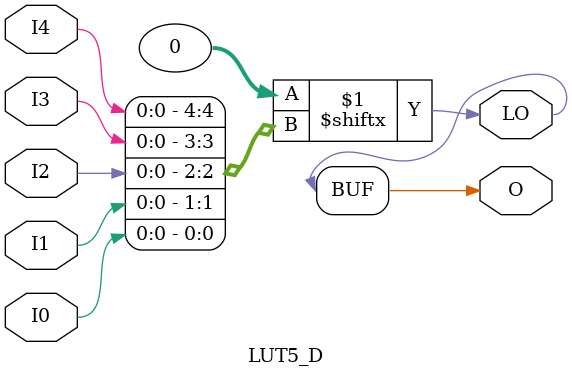
<source format=v>
/*

FUNCTION	: 5-inputs LUT

*/


`timescale  100 ps / 10 ps

module LUT5_D (LO, O, I0, I1, I2, I3, I4);

  parameter INIT = 32'h00000000;

  input I0, I1, I2, I3, I4;

  output LO, O;
  wire LO;

  assign LO = O;
  assign O = INIT[{I4, I3, I2, I1, I0}];

endmodule

</source>
